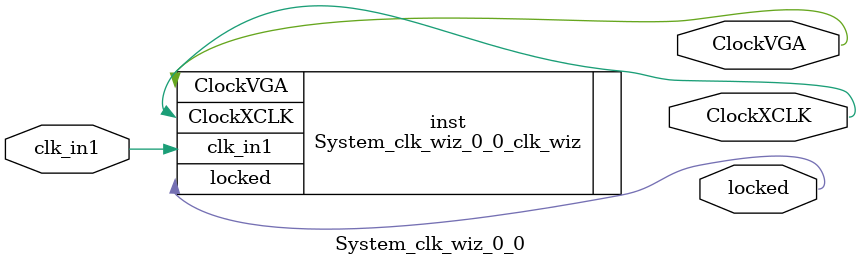
<source format=v>


`timescale 1ps/1ps

(* CORE_GENERATION_INFO = "System_clk_wiz_0_0,clk_wiz_v6_0_12_0_0,{component_name=System_clk_wiz_0_0,use_phase_alignment=true,use_min_o_jitter=false,use_max_i_jitter=false,use_dyn_phase_shift=false,use_inclk_switchover=false,use_dyn_reconfig=false,enable_axi=0,feedback_source=FDBK_AUTO,PRIMITIVE=MMCM,num_out_clk=2,clkin1_period=8.000,clkin2_period=10.000,use_power_down=false,use_reset=false,use_locked=true,use_inclk_stopped=false,feedback_type=SINGLE,CLOCK_MGR_TYPE=NA,manual_override=false}" *)

module System_clk_wiz_0_0 
 (
  // Clock out ports
  output        ClockVGA,
  output        ClockXCLK,
  // Status and control signals
  output        locked,
 // Clock in ports
  input         clk_in1
 );

  System_clk_wiz_0_0_clk_wiz inst
  (
  // Clock out ports  
  .ClockVGA(ClockVGA),
  .ClockXCLK(ClockXCLK),
  // Status and control signals               
  .locked(locked),
 // Clock in ports
  .clk_in1(clk_in1)
  );

endmodule

</source>
